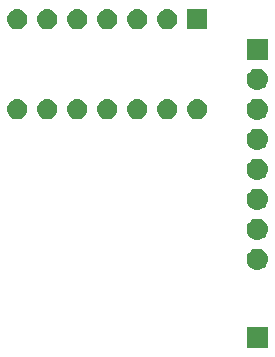
<source format=gbr>
G04 #@! TF.GenerationSoftware,KiCad,Pcbnew,5.1.4*
G04 #@! TF.CreationDate,2019-09-02T21:27:03+02:00*
G04 #@! TF.ProjectId,LORA_ATTINY84,4c4f5241-5f41-4545-9449-4e5938342e6b,rev?*
G04 #@! TF.SameCoordinates,Original*
G04 #@! TF.FileFunction,Soldermask,Bot*
G04 #@! TF.FilePolarity,Negative*
%FSLAX46Y46*%
G04 Gerber Fmt 4.6, Leading zero omitted, Abs format (unit mm)*
G04 Created by KiCad (PCBNEW 5.1.4) date 2019-09-02 21:27:03*
%MOMM*%
%LPD*%
G04 APERTURE LIST*
%ADD10C,0.100000*%
G04 APERTURE END LIST*
D10*
G36*
X90436000Y-74180000D02*
G01*
X88634000Y-74180000D01*
X88634000Y-72378000D01*
X90436000Y-72378000D01*
X90436000Y-74180000D01*
X90436000Y-74180000D01*
G37*
G36*
X89645443Y-65780519D02*
G01*
X89711627Y-65787037D01*
X89881466Y-65838557D01*
X90037991Y-65922222D01*
X90073729Y-65951552D01*
X90175186Y-66034814D01*
X90258448Y-66136271D01*
X90287778Y-66172009D01*
X90371443Y-66328534D01*
X90422963Y-66498373D01*
X90440359Y-66675000D01*
X90422963Y-66851627D01*
X90371443Y-67021466D01*
X90287778Y-67177991D01*
X90258448Y-67213729D01*
X90175186Y-67315186D01*
X90073729Y-67398448D01*
X90037991Y-67427778D01*
X89881466Y-67511443D01*
X89711627Y-67562963D01*
X89645443Y-67569481D01*
X89579260Y-67576000D01*
X89490740Y-67576000D01*
X89424557Y-67569481D01*
X89358373Y-67562963D01*
X89188534Y-67511443D01*
X89032009Y-67427778D01*
X88996271Y-67398448D01*
X88894814Y-67315186D01*
X88811552Y-67213729D01*
X88782222Y-67177991D01*
X88698557Y-67021466D01*
X88647037Y-66851627D01*
X88629641Y-66675000D01*
X88647037Y-66498373D01*
X88698557Y-66328534D01*
X88782222Y-66172009D01*
X88811552Y-66136271D01*
X88894814Y-66034814D01*
X88996271Y-65951552D01*
X89032009Y-65922222D01*
X89188534Y-65838557D01*
X89358373Y-65787037D01*
X89424557Y-65780519D01*
X89490740Y-65774000D01*
X89579260Y-65774000D01*
X89645443Y-65780519D01*
X89645443Y-65780519D01*
G37*
G36*
X89645443Y-63240519D02*
G01*
X89711627Y-63247037D01*
X89881466Y-63298557D01*
X90037991Y-63382222D01*
X90073729Y-63411552D01*
X90175186Y-63494814D01*
X90258448Y-63596271D01*
X90287778Y-63632009D01*
X90371443Y-63788534D01*
X90422963Y-63958373D01*
X90440359Y-64135000D01*
X90422963Y-64311627D01*
X90371443Y-64481466D01*
X90287778Y-64637991D01*
X90258448Y-64673729D01*
X90175186Y-64775186D01*
X90073729Y-64858448D01*
X90037991Y-64887778D01*
X89881466Y-64971443D01*
X89711627Y-65022963D01*
X89645442Y-65029482D01*
X89579260Y-65036000D01*
X89490740Y-65036000D01*
X89424558Y-65029482D01*
X89358373Y-65022963D01*
X89188534Y-64971443D01*
X89032009Y-64887778D01*
X88996271Y-64858448D01*
X88894814Y-64775186D01*
X88811552Y-64673729D01*
X88782222Y-64637991D01*
X88698557Y-64481466D01*
X88647037Y-64311627D01*
X88629641Y-64135000D01*
X88647037Y-63958373D01*
X88698557Y-63788534D01*
X88782222Y-63632009D01*
X88811552Y-63596271D01*
X88894814Y-63494814D01*
X88996271Y-63411552D01*
X89032009Y-63382222D01*
X89188534Y-63298557D01*
X89358373Y-63247037D01*
X89424557Y-63240519D01*
X89490740Y-63234000D01*
X89579260Y-63234000D01*
X89645443Y-63240519D01*
X89645443Y-63240519D01*
G37*
G36*
X89645443Y-60700519D02*
G01*
X89711627Y-60707037D01*
X89881466Y-60758557D01*
X90037991Y-60842222D01*
X90073729Y-60871552D01*
X90175186Y-60954814D01*
X90258448Y-61056271D01*
X90287778Y-61092009D01*
X90371443Y-61248534D01*
X90422963Y-61418373D01*
X90440359Y-61595000D01*
X90422963Y-61771627D01*
X90371443Y-61941466D01*
X90287778Y-62097991D01*
X90258448Y-62133729D01*
X90175186Y-62235186D01*
X90073729Y-62318448D01*
X90037991Y-62347778D01*
X89881466Y-62431443D01*
X89711627Y-62482963D01*
X89645443Y-62489481D01*
X89579260Y-62496000D01*
X89490740Y-62496000D01*
X89424557Y-62489481D01*
X89358373Y-62482963D01*
X89188534Y-62431443D01*
X89032009Y-62347778D01*
X88996271Y-62318448D01*
X88894814Y-62235186D01*
X88811552Y-62133729D01*
X88782222Y-62097991D01*
X88698557Y-61941466D01*
X88647037Y-61771627D01*
X88629641Y-61595000D01*
X88647037Y-61418373D01*
X88698557Y-61248534D01*
X88782222Y-61092009D01*
X88811552Y-61056271D01*
X88894814Y-60954814D01*
X88996271Y-60871552D01*
X89032009Y-60842222D01*
X89188534Y-60758557D01*
X89358373Y-60707037D01*
X89424557Y-60700519D01*
X89490740Y-60694000D01*
X89579260Y-60694000D01*
X89645443Y-60700519D01*
X89645443Y-60700519D01*
G37*
G36*
X89645442Y-58160518D02*
G01*
X89711627Y-58167037D01*
X89881466Y-58218557D01*
X90037991Y-58302222D01*
X90073729Y-58331552D01*
X90175186Y-58414814D01*
X90258448Y-58516271D01*
X90287778Y-58552009D01*
X90371443Y-58708534D01*
X90422963Y-58878373D01*
X90440359Y-59055000D01*
X90422963Y-59231627D01*
X90371443Y-59401466D01*
X90287778Y-59557991D01*
X90258448Y-59593729D01*
X90175186Y-59695186D01*
X90073729Y-59778448D01*
X90037991Y-59807778D01*
X89881466Y-59891443D01*
X89711627Y-59942963D01*
X89645442Y-59949482D01*
X89579260Y-59956000D01*
X89490740Y-59956000D01*
X89424558Y-59949482D01*
X89358373Y-59942963D01*
X89188534Y-59891443D01*
X89032009Y-59807778D01*
X88996271Y-59778448D01*
X88894814Y-59695186D01*
X88811552Y-59593729D01*
X88782222Y-59557991D01*
X88698557Y-59401466D01*
X88647037Y-59231627D01*
X88629641Y-59055000D01*
X88647037Y-58878373D01*
X88698557Y-58708534D01*
X88782222Y-58552009D01*
X88811552Y-58516271D01*
X88894814Y-58414814D01*
X88996271Y-58331552D01*
X89032009Y-58302222D01*
X89188534Y-58218557D01*
X89358373Y-58167037D01*
X89424558Y-58160518D01*
X89490740Y-58154000D01*
X89579260Y-58154000D01*
X89645442Y-58160518D01*
X89645442Y-58160518D01*
G37*
G36*
X89645443Y-55620519D02*
G01*
X89711627Y-55627037D01*
X89881466Y-55678557D01*
X90037991Y-55762222D01*
X90073729Y-55791552D01*
X90175186Y-55874814D01*
X90258448Y-55976271D01*
X90287778Y-56012009D01*
X90371443Y-56168534D01*
X90422963Y-56338373D01*
X90440359Y-56515000D01*
X90422963Y-56691627D01*
X90371443Y-56861466D01*
X90287778Y-57017991D01*
X90258448Y-57053729D01*
X90175186Y-57155186D01*
X90073729Y-57238448D01*
X90037991Y-57267778D01*
X89881466Y-57351443D01*
X89711627Y-57402963D01*
X89645443Y-57409481D01*
X89579260Y-57416000D01*
X89490740Y-57416000D01*
X89424557Y-57409481D01*
X89358373Y-57402963D01*
X89188534Y-57351443D01*
X89032009Y-57267778D01*
X88996271Y-57238448D01*
X88894814Y-57155186D01*
X88811552Y-57053729D01*
X88782222Y-57017991D01*
X88698557Y-56861466D01*
X88647037Y-56691627D01*
X88629641Y-56515000D01*
X88647037Y-56338373D01*
X88698557Y-56168534D01*
X88782222Y-56012009D01*
X88811552Y-55976271D01*
X88894814Y-55874814D01*
X88996271Y-55791552D01*
X89032009Y-55762222D01*
X89188534Y-55678557D01*
X89358373Y-55627037D01*
X89424557Y-55620519D01*
X89490740Y-55614000D01*
X89579260Y-55614000D01*
X89645443Y-55620519D01*
X89645443Y-55620519D01*
G37*
G36*
X89645442Y-53080518D02*
G01*
X89711627Y-53087037D01*
X89881466Y-53138557D01*
X90037991Y-53222222D01*
X90073729Y-53251552D01*
X90175186Y-53334814D01*
X90258448Y-53436271D01*
X90287778Y-53472009D01*
X90371443Y-53628534D01*
X90422963Y-53798373D01*
X90440359Y-53975000D01*
X90422963Y-54151627D01*
X90371443Y-54321466D01*
X90287778Y-54477991D01*
X90258448Y-54513729D01*
X90175186Y-54615186D01*
X90073729Y-54698448D01*
X90037991Y-54727778D01*
X89881466Y-54811443D01*
X89711627Y-54862963D01*
X89645443Y-54869481D01*
X89579260Y-54876000D01*
X89490740Y-54876000D01*
X89424557Y-54869481D01*
X89358373Y-54862963D01*
X89188534Y-54811443D01*
X89032009Y-54727778D01*
X88996271Y-54698448D01*
X88894814Y-54615186D01*
X88811552Y-54513729D01*
X88782222Y-54477991D01*
X88698557Y-54321466D01*
X88647037Y-54151627D01*
X88629641Y-53975000D01*
X88647037Y-53798373D01*
X88698557Y-53628534D01*
X88782222Y-53472009D01*
X88811552Y-53436271D01*
X88894814Y-53334814D01*
X88996271Y-53251552D01*
X89032009Y-53222222D01*
X89188534Y-53138557D01*
X89358373Y-53087037D01*
X89424558Y-53080518D01*
X89490740Y-53074000D01*
X89579260Y-53074000D01*
X89645442Y-53080518D01*
X89645442Y-53080518D01*
G37*
G36*
X77001823Y-53136313D02*
G01*
X77162242Y-53184976D01*
X77231922Y-53222221D01*
X77310078Y-53263996D01*
X77439659Y-53370341D01*
X77546004Y-53499922D01*
X77546005Y-53499924D01*
X77625024Y-53647758D01*
X77673687Y-53808177D01*
X77690117Y-53975000D01*
X77673687Y-54141823D01*
X77625024Y-54302242D01*
X77614747Y-54321468D01*
X77546004Y-54450078D01*
X77439659Y-54579659D01*
X77310078Y-54686004D01*
X77310076Y-54686005D01*
X77162242Y-54765024D01*
X77001823Y-54813687D01*
X76876804Y-54826000D01*
X76793196Y-54826000D01*
X76668177Y-54813687D01*
X76507758Y-54765024D01*
X76359924Y-54686005D01*
X76359922Y-54686004D01*
X76230341Y-54579659D01*
X76123996Y-54450078D01*
X76055253Y-54321468D01*
X76044976Y-54302242D01*
X75996313Y-54141823D01*
X75979883Y-53975000D01*
X75996313Y-53808177D01*
X76044976Y-53647758D01*
X76123995Y-53499924D01*
X76123996Y-53499922D01*
X76230341Y-53370341D01*
X76359922Y-53263996D01*
X76438078Y-53222221D01*
X76507758Y-53184976D01*
X76668177Y-53136313D01*
X76793196Y-53124000D01*
X76876804Y-53124000D01*
X77001823Y-53136313D01*
X77001823Y-53136313D01*
G37*
G36*
X84621823Y-53136313D02*
G01*
X84782242Y-53184976D01*
X84851922Y-53222221D01*
X84930078Y-53263996D01*
X85059659Y-53370341D01*
X85166004Y-53499922D01*
X85166005Y-53499924D01*
X85245024Y-53647758D01*
X85293687Y-53808177D01*
X85310117Y-53975000D01*
X85293687Y-54141823D01*
X85245024Y-54302242D01*
X85234747Y-54321468D01*
X85166004Y-54450078D01*
X85059659Y-54579659D01*
X84930078Y-54686004D01*
X84930076Y-54686005D01*
X84782242Y-54765024D01*
X84621823Y-54813687D01*
X84496804Y-54826000D01*
X84413196Y-54826000D01*
X84288177Y-54813687D01*
X84127758Y-54765024D01*
X83979924Y-54686005D01*
X83979922Y-54686004D01*
X83850341Y-54579659D01*
X83743996Y-54450078D01*
X83675253Y-54321468D01*
X83664976Y-54302242D01*
X83616313Y-54141823D01*
X83599883Y-53975000D01*
X83616313Y-53808177D01*
X83664976Y-53647758D01*
X83743995Y-53499924D01*
X83743996Y-53499922D01*
X83850341Y-53370341D01*
X83979922Y-53263996D01*
X84058078Y-53222221D01*
X84127758Y-53184976D01*
X84288177Y-53136313D01*
X84413196Y-53124000D01*
X84496804Y-53124000D01*
X84621823Y-53136313D01*
X84621823Y-53136313D01*
G37*
G36*
X79541823Y-53136313D02*
G01*
X79702242Y-53184976D01*
X79771922Y-53222221D01*
X79850078Y-53263996D01*
X79979659Y-53370341D01*
X80086004Y-53499922D01*
X80086005Y-53499924D01*
X80165024Y-53647758D01*
X80213687Y-53808177D01*
X80230117Y-53975000D01*
X80213687Y-54141823D01*
X80165024Y-54302242D01*
X80154747Y-54321468D01*
X80086004Y-54450078D01*
X79979659Y-54579659D01*
X79850078Y-54686004D01*
X79850076Y-54686005D01*
X79702242Y-54765024D01*
X79541823Y-54813687D01*
X79416804Y-54826000D01*
X79333196Y-54826000D01*
X79208177Y-54813687D01*
X79047758Y-54765024D01*
X78899924Y-54686005D01*
X78899922Y-54686004D01*
X78770341Y-54579659D01*
X78663996Y-54450078D01*
X78595253Y-54321468D01*
X78584976Y-54302242D01*
X78536313Y-54141823D01*
X78519883Y-53975000D01*
X78536313Y-53808177D01*
X78584976Y-53647758D01*
X78663995Y-53499924D01*
X78663996Y-53499922D01*
X78770341Y-53370341D01*
X78899922Y-53263996D01*
X78978078Y-53222221D01*
X79047758Y-53184976D01*
X79208177Y-53136313D01*
X79333196Y-53124000D01*
X79416804Y-53124000D01*
X79541823Y-53136313D01*
X79541823Y-53136313D01*
G37*
G36*
X74461823Y-53136313D02*
G01*
X74622242Y-53184976D01*
X74691922Y-53222221D01*
X74770078Y-53263996D01*
X74899659Y-53370341D01*
X75006004Y-53499922D01*
X75006005Y-53499924D01*
X75085024Y-53647758D01*
X75133687Y-53808177D01*
X75150117Y-53975000D01*
X75133687Y-54141823D01*
X75085024Y-54302242D01*
X75074747Y-54321468D01*
X75006004Y-54450078D01*
X74899659Y-54579659D01*
X74770078Y-54686004D01*
X74770076Y-54686005D01*
X74622242Y-54765024D01*
X74461823Y-54813687D01*
X74336804Y-54826000D01*
X74253196Y-54826000D01*
X74128177Y-54813687D01*
X73967758Y-54765024D01*
X73819924Y-54686005D01*
X73819922Y-54686004D01*
X73690341Y-54579659D01*
X73583996Y-54450078D01*
X73515253Y-54321468D01*
X73504976Y-54302242D01*
X73456313Y-54141823D01*
X73439883Y-53975000D01*
X73456313Y-53808177D01*
X73504976Y-53647758D01*
X73583995Y-53499924D01*
X73583996Y-53499922D01*
X73690341Y-53370341D01*
X73819922Y-53263996D01*
X73898078Y-53222221D01*
X73967758Y-53184976D01*
X74128177Y-53136313D01*
X74253196Y-53124000D01*
X74336804Y-53124000D01*
X74461823Y-53136313D01*
X74461823Y-53136313D01*
G37*
G36*
X71921823Y-53136313D02*
G01*
X72082242Y-53184976D01*
X72151922Y-53222221D01*
X72230078Y-53263996D01*
X72359659Y-53370341D01*
X72466004Y-53499922D01*
X72466005Y-53499924D01*
X72545024Y-53647758D01*
X72593687Y-53808177D01*
X72610117Y-53975000D01*
X72593687Y-54141823D01*
X72545024Y-54302242D01*
X72534747Y-54321468D01*
X72466004Y-54450078D01*
X72359659Y-54579659D01*
X72230078Y-54686004D01*
X72230076Y-54686005D01*
X72082242Y-54765024D01*
X71921823Y-54813687D01*
X71796804Y-54826000D01*
X71713196Y-54826000D01*
X71588177Y-54813687D01*
X71427758Y-54765024D01*
X71279924Y-54686005D01*
X71279922Y-54686004D01*
X71150341Y-54579659D01*
X71043996Y-54450078D01*
X70975253Y-54321468D01*
X70964976Y-54302242D01*
X70916313Y-54141823D01*
X70899883Y-53975000D01*
X70916313Y-53808177D01*
X70964976Y-53647758D01*
X71043995Y-53499924D01*
X71043996Y-53499922D01*
X71150341Y-53370341D01*
X71279922Y-53263996D01*
X71358078Y-53222221D01*
X71427758Y-53184976D01*
X71588177Y-53136313D01*
X71713196Y-53124000D01*
X71796804Y-53124000D01*
X71921823Y-53136313D01*
X71921823Y-53136313D01*
G37*
G36*
X69381823Y-53136313D02*
G01*
X69542242Y-53184976D01*
X69611922Y-53222221D01*
X69690078Y-53263996D01*
X69819659Y-53370341D01*
X69926004Y-53499922D01*
X69926005Y-53499924D01*
X70005024Y-53647758D01*
X70053687Y-53808177D01*
X70070117Y-53975000D01*
X70053687Y-54141823D01*
X70005024Y-54302242D01*
X69994747Y-54321468D01*
X69926004Y-54450078D01*
X69819659Y-54579659D01*
X69690078Y-54686004D01*
X69690076Y-54686005D01*
X69542242Y-54765024D01*
X69381823Y-54813687D01*
X69256804Y-54826000D01*
X69173196Y-54826000D01*
X69048177Y-54813687D01*
X68887758Y-54765024D01*
X68739924Y-54686005D01*
X68739922Y-54686004D01*
X68610341Y-54579659D01*
X68503996Y-54450078D01*
X68435253Y-54321468D01*
X68424976Y-54302242D01*
X68376313Y-54141823D01*
X68359883Y-53975000D01*
X68376313Y-53808177D01*
X68424976Y-53647758D01*
X68503995Y-53499924D01*
X68503996Y-53499922D01*
X68610341Y-53370341D01*
X68739922Y-53263996D01*
X68818078Y-53222221D01*
X68887758Y-53184976D01*
X69048177Y-53136313D01*
X69173196Y-53124000D01*
X69256804Y-53124000D01*
X69381823Y-53136313D01*
X69381823Y-53136313D01*
G37*
G36*
X82081823Y-53136313D02*
G01*
X82242242Y-53184976D01*
X82311922Y-53222221D01*
X82390078Y-53263996D01*
X82519659Y-53370341D01*
X82626004Y-53499922D01*
X82626005Y-53499924D01*
X82705024Y-53647758D01*
X82753687Y-53808177D01*
X82770117Y-53975000D01*
X82753687Y-54141823D01*
X82705024Y-54302242D01*
X82694747Y-54321468D01*
X82626004Y-54450078D01*
X82519659Y-54579659D01*
X82390078Y-54686004D01*
X82390076Y-54686005D01*
X82242242Y-54765024D01*
X82081823Y-54813687D01*
X81956804Y-54826000D01*
X81873196Y-54826000D01*
X81748177Y-54813687D01*
X81587758Y-54765024D01*
X81439924Y-54686005D01*
X81439922Y-54686004D01*
X81310341Y-54579659D01*
X81203996Y-54450078D01*
X81135253Y-54321468D01*
X81124976Y-54302242D01*
X81076313Y-54141823D01*
X81059883Y-53975000D01*
X81076313Y-53808177D01*
X81124976Y-53647758D01*
X81203995Y-53499924D01*
X81203996Y-53499922D01*
X81310341Y-53370341D01*
X81439922Y-53263996D01*
X81518078Y-53222221D01*
X81587758Y-53184976D01*
X81748177Y-53136313D01*
X81873196Y-53124000D01*
X81956804Y-53124000D01*
X82081823Y-53136313D01*
X82081823Y-53136313D01*
G37*
G36*
X89645442Y-50540518D02*
G01*
X89711627Y-50547037D01*
X89881466Y-50598557D01*
X90037991Y-50682222D01*
X90073729Y-50711552D01*
X90175186Y-50794814D01*
X90258448Y-50896271D01*
X90287778Y-50932009D01*
X90371443Y-51088534D01*
X90422963Y-51258373D01*
X90440359Y-51435000D01*
X90422963Y-51611627D01*
X90371443Y-51781466D01*
X90287778Y-51937991D01*
X90258448Y-51973729D01*
X90175186Y-52075186D01*
X90073729Y-52158448D01*
X90037991Y-52187778D01*
X89881466Y-52271443D01*
X89711627Y-52322963D01*
X89645443Y-52329481D01*
X89579260Y-52336000D01*
X89490740Y-52336000D01*
X89424558Y-52329482D01*
X89358373Y-52322963D01*
X89188534Y-52271443D01*
X89032009Y-52187778D01*
X88996271Y-52158448D01*
X88894814Y-52075186D01*
X88811552Y-51973729D01*
X88782222Y-51937991D01*
X88698557Y-51781466D01*
X88647037Y-51611627D01*
X88629641Y-51435000D01*
X88647037Y-51258373D01*
X88698557Y-51088534D01*
X88782222Y-50932009D01*
X88811552Y-50896271D01*
X88894814Y-50794814D01*
X88996271Y-50711552D01*
X89032009Y-50682222D01*
X89188534Y-50598557D01*
X89358373Y-50547037D01*
X89424558Y-50540518D01*
X89490740Y-50534000D01*
X89579260Y-50534000D01*
X89645442Y-50540518D01*
X89645442Y-50540518D01*
G37*
G36*
X90436000Y-49796000D02*
G01*
X88634000Y-49796000D01*
X88634000Y-47994000D01*
X90436000Y-47994000D01*
X90436000Y-49796000D01*
X90436000Y-49796000D01*
G37*
G36*
X71921823Y-45516313D02*
G01*
X72082242Y-45564976D01*
X72214906Y-45635886D01*
X72230078Y-45643996D01*
X72359659Y-45750341D01*
X72466004Y-45879922D01*
X72466005Y-45879924D01*
X72545024Y-46027758D01*
X72593687Y-46188177D01*
X72610117Y-46355000D01*
X72593687Y-46521823D01*
X72545024Y-46682242D01*
X72474114Y-46814906D01*
X72466004Y-46830078D01*
X72359659Y-46959659D01*
X72230078Y-47066004D01*
X72230076Y-47066005D01*
X72082242Y-47145024D01*
X71921823Y-47193687D01*
X71796804Y-47206000D01*
X71713196Y-47206000D01*
X71588177Y-47193687D01*
X71427758Y-47145024D01*
X71279924Y-47066005D01*
X71279922Y-47066004D01*
X71150341Y-46959659D01*
X71043996Y-46830078D01*
X71035886Y-46814906D01*
X70964976Y-46682242D01*
X70916313Y-46521823D01*
X70899883Y-46355000D01*
X70916313Y-46188177D01*
X70964976Y-46027758D01*
X71043995Y-45879924D01*
X71043996Y-45879922D01*
X71150341Y-45750341D01*
X71279922Y-45643996D01*
X71295094Y-45635886D01*
X71427758Y-45564976D01*
X71588177Y-45516313D01*
X71713196Y-45504000D01*
X71796804Y-45504000D01*
X71921823Y-45516313D01*
X71921823Y-45516313D01*
G37*
G36*
X74461823Y-45516313D02*
G01*
X74622242Y-45564976D01*
X74754906Y-45635886D01*
X74770078Y-45643996D01*
X74899659Y-45750341D01*
X75006004Y-45879922D01*
X75006005Y-45879924D01*
X75085024Y-46027758D01*
X75133687Y-46188177D01*
X75150117Y-46355000D01*
X75133687Y-46521823D01*
X75085024Y-46682242D01*
X75014114Y-46814906D01*
X75006004Y-46830078D01*
X74899659Y-46959659D01*
X74770078Y-47066004D01*
X74770076Y-47066005D01*
X74622242Y-47145024D01*
X74461823Y-47193687D01*
X74336804Y-47206000D01*
X74253196Y-47206000D01*
X74128177Y-47193687D01*
X73967758Y-47145024D01*
X73819924Y-47066005D01*
X73819922Y-47066004D01*
X73690341Y-46959659D01*
X73583996Y-46830078D01*
X73575886Y-46814906D01*
X73504976Y-46682242D01*
X73456313Y-46521823D01*
X73439883Y-46355000D01*
X73456313Y-46188177D01*
X73504976Y-46027758D01*
X73583995Y-45879924D01*
X73583996Y-45879922D01*
X73690341Y-45750341D01*
X73819922Y-45643996D01*
X73835094Y-45635886D01*
X73967758Y-45564976D01*
X74128177Y-45516313D01*
X74253196Y-45504000D01*
X74336804Y-45504000D01*
X74461823Y-45516313D01*
X74461823Y-45516313D01*
G37*
G36*
X69381823Y-45516313D02*
G01*
X69542242Y-45564976D01*
X69674906Y-45635886D01*
X69690078Y-45643996D01*
X69819659Y-45750341D01*
X69926004Y-45879922D01*
X69926005Y-45879924D01*
X70005024Y-46027758D01*
X70053687Y-46188177D01*
X70070117Y-46355000D01*
X70053687Y-46521823D01*
X70005024Y-46682242D01*
X69934114Y-46814906D01*
X69926004Y-46830078D01*
X69819659Y-46959659D01*
X69690078Y-47066004D01*
X69690076Y-47066005D01*
X69542242Y-47145024D01*
X69381823Y-47193687D01*
X69256804Y-47206000D01*
X69173196Y-47206000D01*
X69048177Y-47193687D01*
X68887758Y-47145024D01*
X68739924Y-47066005D01*
X68739922Y-47066004D01*
X68610341Y-46959659D01*
X68503996Y-46830078D01*
X68495886Y-46814906D01*
X68424976Y-46682242D01*
X68376313Y-46521823D01*
X68359883Y-46355000D01*
X68376313Y-46188177D01*
X68424976Y-46027758D01*
X68503995Y-45879924D01*
X68503996Y-45879922D01*
X68610341Y-45750341D01*
X68739922Y-45643996D01*
X68755094Y-45635886D01*
X68887758Y-45564976D01*
X69048177Y-45516313D01*
X69173196Y-45504000D01*
X69256804Y-45504000D01*
X69381823Y-45516313D01*
X69381823Y-45516313D01*
G37*
G36*
X77001823Y-45516313D02*
G01*
X77162242Y-45564976D01*
X77294906Y-45635886D01*
X77310078Y-45643996D01*
X77439659Y-45750341D01*
X77546004Y-45879922D01*
X77546005Y-45879924D01*
X77625024Y-46027758D01*
X77673687Y-46188177D01*
X77690117Y-46355000D01*
X77673687Y-46521823D01*
X77625024Y-46682242D01*
X77554114Y-46814906D01*
X77546004Y-46830078D01*
X77439659Y-46959659D01*
X77310078Y-47066004D01*
X77310076Y-47066005D01*
X77162242Y-47145024D01*
X77001823Y-47193687D01*
X76876804Y-47206000D01*
X76793196Y-47206000D01*
X76668177Y-47193687D01*
X76507758Y-47145024D01*
X76359924Y-47066005D01*
X76359922Y-47066004D01*
X76230341Y-46959659D01*
X76123996Y-46830078D01*
X76115886Y-46814906D01*
X76044976Y-46682242D01*
X75996313Y-46521823D01*
X75979883Y-46355000D01*
X75996313Y-46188177D01*
X76044976Y-46027758D01*
X76123995Y-45879924D01*
X76123996Y-45879922D01*
X76230341Y-45750341D01*
X76359922Y-45643996D01*
X76375094Y-45635886D01*
X76507758Y-45564976D01*
X76668177Y-45516313D01*
X76793196Y-45504000D01*
X76876804Y-45504000D01*
X77001823Y-45516313D01*
X77001823Y-45516313D01*
G37*
G36*
X79541823Y-45516313D02*
G01*
X79702242Y-45564976D01*
X79834906Y-45635886D01*
X79850078Y-45643996D01*
X79979659Y-45750341D01*
X80086004Y-45879922D01*
X80086005Y-45879924D01*
X80165024Y-46027758D01*
X80213687Y-46188177D01*
X80230117Y-46355000D01*
X80213687Y-46521823D01*
X80165024Y-46682242D01*
X80094114Y-46814906D01*
X80086004Y-46830078D01*
X79979659Y-46959659D01*
X79850078Y-47066004D01*
X79850076Y-47066005D01*
X79702242Y-47145024D01*
X79541823Y-47193687D01*
X79416804Y-47206000D01*
X79333196Y-47206000D01*
X79208177Y-47193687D01*
X79047758Y-47145024D01*
X78899924Y-47066005D01*
X78899922Y-47066004D01*
X78770341Y-46959659D01*
X78663996Y-46830078D01*
X78655886Y-46814906D01*
X78584976Y-46682242D01*
X78536313Y-46521823D01*
X78519883Y-46355000D01*
X78536313Y-46188177D01*
X78584976Y-46027758D01*
X78663995Y-45879924D01*
X78663996Y-45879922D01*
X78770341Y-45750341D01*
X78899922Y-45643996D01*
X78915094Y-45635886D01*
X79047758Y-45564976D01*
X79208177Y-45516313D01*
X79333196Y-45504000D01*
X79416804Y-45504000D01*
X79541823Y-45516313D01*
X79541823Y-45516313D01*
G37*
G36*
X82081823Y-45516313D02*
G01*
X82242242Y-45564976D01*
X82374906Y-45635886D01*
X82390078Y-45643996D01*
X82519659Y-45750341D01*
X82626004Y-45879922D01*
X82626005Y-45879924D01*
X82705024Y-46027758D01*
X82753687Y-46188177D01*
X82770117Y-46355000D01*
X82753687Y-46521823D01*
X82705024Y-46682242D01*
X82634114Y-46814906D01*
X82626004Y-46830078D01*
X82519659Y-46959659D01*
X82390078Y-47066004D01*
X82390076Y-47066005D01*
X82242242Y-47145024D01*
X82081823Y-47193687D01*
X81956804Y-47206000D01*
X81873196Y-47206000D01*
X81748177Y-47193687D01*
X81587758Y-47145024D01*
X81439924Y-47066005D01*
X81439922Y-47066004D01*
X81310341Y-46959659D01*
X81203996Y-46830078D01*
X81195886Y-46814906D01*
X81124976Y-46682242D01*
X81076313Y-46521823D01*
X81059883Y-46355000D01*
X81076313Y-46188177D01*
X81124976Y-46027758D01*
X81203995Y-45879924D01*
X81203996Y-45879922D01*
X81310341Y-45750341D01*
X81439922Y-45643996D01*
X81455094Y-45635886D01*
X81587758Y-45564976D01*
X81748177Y-45516313D01*
X81873196Y-45504000D01*
X81956804Y-45504000D01*
X82081823Y-45516313D01*
X82081823Y-45516313D01*
G37*
G36*
X85306000Y-47206000D02*
G01*
X83604000Y-47206000D01*
X83604000Y-45504000D01*
X85306000Y-45504000D01*
X85306000Y-47206000D01*
X85306000Y-47206000D01*
G37*
M02*

</source>
